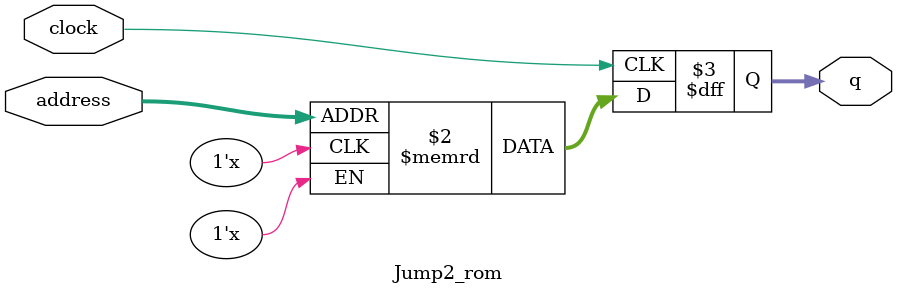
<source format=sv>
module Jump2_rom (
	input logic clock,
	input logic [12:0] address,
	output logic [2:0] q
);

logic [2:0] memory [0:5399] /* synthesis ram_init_file = "./Jump2/Jump2.mif" */;

always_ff @ (posedge clock) begin
	q <= memory[address];
end

endmodule

</source>
